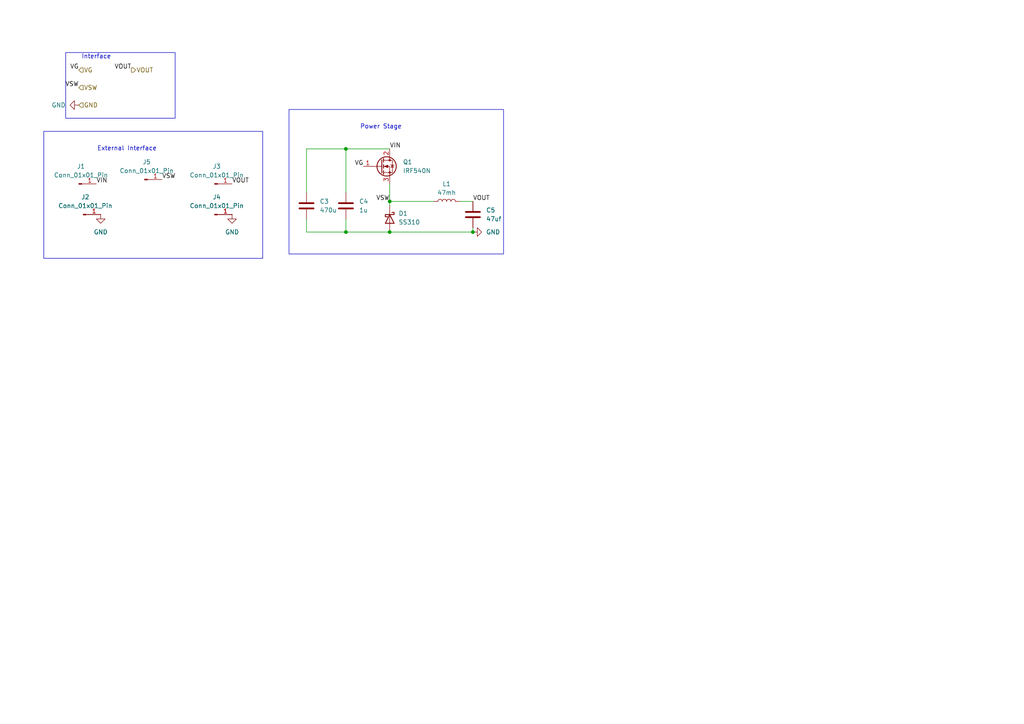
<source format=kicad_sch>
(kicad_sch
	(version 20250114)
	(generator "eeschema")
	(generator_version "9.0")
	(uuid "73b83623-4b36-429e-baf0-e4313a34d1f7")
	(paper "A4")
	(title_block
		(title "Lecture_Tutorial")
		(date "2025-02-20")
		(rev "R0")
		(company "AbdullahZafar")
	)
	(lib_symbols
		(symbol "Connector:Conn_01x01_Pin"
			(pin_names
				(offset 1.016)
				(hide yes)
			)
			(exclude_from_sim no)
			(in_bom yes)
			(on_board yes)
			(property "Reference" "J"
				(at 0 2.54 0)
				(effects
					(font
						(size 1.27 1.27)
					)
				)
			)
			(property "Value" "Conn_01x01_Pin"
				(at 0 -2.54 0)
				(effects
					(font
						(size 1.27 1.27)
					)
				)
			)
			(property "Footprint" ""
				(at 0 0 0)
				(effects
					(font
						(size 1.27 1.27)
					)
					(hide yes)
				)
			)
			(property "Datasheet" "~"
				(at 0 0 0)
				(effects
					(font
						(size 1.27 1.27)
					)
					(hide yes)
				)
			)
			(property "Description" "Generic connector, single row, 01x01, script generated"
				(at 0 0 0)
				(effects
					(font
						(size 1.27 1.27)
					)
					(hide yes)
				)
			)
			(property "ki_locked" ""
				(at 0 0 0)
				(effects
					(font
						(size 1.27 1.27)
					)
				)
			)
			(property "ki_keywords" "connector"
				(at 0 0 0)
				(effects
					(font
						(size 1.27 1.27)
					)
					(hide yes)
				)
			)
			(property "ki_fp_filters" "Connector*:*_1x??_*"
				(at 0 0 0)
				(effects
					(font
						(size 1.27 1.27)
					)
					(hide yes)
				)
			)
			(symbol "Conn_01x01_Pin_1_1"
				(rectangle
					(start 0.8636 0.127)
					(end 0 -0.127)
					(stroke
						(width 0.1524)
						(type default)
					)
					(fill
						(type outline)
					)
				)
				(polyline
					(pts
						(xy 1.27 0) (xy 0.8636 0)
					)
					(stroke
						(width 0.1524)
						(type default)
					)
					(fill
						(type none)
					)
				)
				(pin passive line
					(at 5.08 0 180)
					(length 3.81)
					(name "Pin_1"
						(effects
							(font
								(size 1.27 1.27)
							)
						)
					)
					(number "1"
						(effects
							(font
								(size 1.27 1.27)
							)
						)
					)
				)
			)
			(embedded_fonts no)
		)
		(symbol "Device:C"
			(pin_numbers
				(hide yes)
			)
			(pin_names
				(offset 0.254)
			)
			(exclude_from_sim no)
			(in_bom yes)
			(on_board yes)
			(property "Reference" "C"
				(at 0.635 2.54 0)
				(effects
					(font
						(size 1.27 1.27)
					)
					(justify left)
				)
			)
			(property "Value" "C"
				(at 0.635 -2.54 0)
				(effects
					(font
						(size 1.27 1.27)
					)
					(justify left)
				)
			)
			(property "Footprint" ""
				(at 0.9652 -3.81 0)
				(effects
					(font
						(size 1.27 1.27)
					)
					(hide yes)
				)
			)
			(property "Datasheet" "~"
				(at 0 0 0)
				(effects
					(font
						(size 1.27 1.27)
					)
					(hide yes)
				)
			)
			(property "Description" "Unpolarized capacitor"
				(at 0 0 0)
				(effects
					(font
						(size 1.27 1.27)
					)
					(hide yes)
				)
			)
			(property "ki_keywords" "cap capacitor"
				(at 0 0 0)
				(effects
					(font
						(size 1.27 1.27)
					)
					(hide yes)
				)
			)
			(property "ki_fp_filters" "C_*"
				(at 0 0 0)
				(effects
					(font
						(size 1.27 1.27)
					)
					(hide yes)
				)
			)
			(symbol "C_0_1"
				(polyline
					(pts
						(xy -2.032 0.762) (xy 2.032 0.762)
					)
					(stroke
						(width 0.508)
						(type default)
					)
					(fill
						(type none)
					)
				)
				(polyline
					(pts
						(xy -2.032 -0.762) (xy 2.032 -0.762)
					)
					(stroke
						(width 0.508)
						(type default)
					)
					(fill
						(type none)
					)
				)
			)
			(symbol "C_1_1"
				(pin passive line
					(at 0 3.81 270)
					(length 2.794)
					(name "~"
						(effects
							(font
								(size 1.27 1.27)
							)
						)
					)
					(number "1"
						(effects
							(font
								(size 1.27 1.27)
							)
						)
					)
				)
				(pin passive line
					(at 0 -3.81 90)
					(length 2.794)
					(name "~"
						(effects
							(font
								(size 1.27 1.27)
							)
						)
					)
					(number "2"
						(effects
							(font
								(size 1.27 1.27)
							)
						)
					)
				)
			)
			(embedded_fonts no)
		)
		(symbol "Device:L"
			(pin_numbers
				(hide yes)
			)
			(pin_names
				(offset 1.016)
				(hide yes)
			)
			(exclude_from_sim no)
			(in_bom yes)
			(on_board yes)
			(property "Reference" "L"
				(at -1.27 0 90)
				(effects
					(font
						(size 1.27 1.27)
					)
				)
			)
			(property "Value" "L"
				(at 1.905 0 90)
				(effects
					(font
						(size 1.27 1.27)
					)
				)
			)
			(property "Footprint" ""
				(at 0 0 0)
				(effects
					(font
						(size 1.27 1.27)
					)
					(hide yes)
				)
			)
			(property "Datasheet" "~"
				(at 0 0 0)
				(effects
					(font
						(size 1.27 1.27)
					)
					(hide yes)
				)
			)
			(property "Description" "Inductor"
				(at 0 0 0)
				(effects
					(font
						(size 1.27 1.27)
					)
					(hide yes)
				)
			)
			(property "ki_keywords" "inductor choke coil reactor magnetic"
				(at 0 0 0)
				(effects
					(font
						(size 1.27 1.27)
					)
					(hide yes)
				)
			)
			(property "ki_fp_filters" "Choke_* *Coil* Inductor_* L_*"
				(at 0 0 0)
				(effects
					(font
						(size 1.27 1.27)
					)
					(hide yes)
				)
			)
			(symbol "L_0_1"
				(arc
					(start 0 2.54)
					(mid 0.6323 1.905)
					(end 0 1.27)
					(stroke
						(width 0)
						(type default)
					)
					(fill
						(type none)
					)
				)
				(arc
					(start 0 1.27)
					(mid 0.6323 0.635)
					(end 0 0)
					(stroke
						(width 0)
						(type default)
					)
					(fill
						(type none)
					)
				)
				(arc
					(start 0 0)
					(mid 0.6323 -0.635)
					(end 0 -1.27)
					(stroke
						(width 0)
						(type default)
					)
					(fill
						(type none)
					)
				)
				(arc
					(start 0 -1.27)
					(mid 0.6323 -1.905)
					(end 0 -2.54)
					(stroke
						(width 0)
						(type default)
					)
					(fill
						(type none)
					)
				)
			)
			(symbol "L_1_1"
				(pin passive line
					(at 0 3.81 270)
					(length 1.27)
					(name "1"
						(effects
							(font
								(size 1.27 1.27)
							)
						)
					)
					(number "1"
						(effects
							(font
								(size 1.27 1.27)
							)
						)
					)
				)
				(pin passive line
					(at 0 -3.81 90)
					(length 1.27)
					(name "2"
						(effects
							(font
								(size 1.27 1.27)
							)
						)
					)
					(number "2"
						(effects
							(font
								(size 1.27 1.27)
							)
						)
					)
				)
			)
			(embedded_fonts no)
		)
		(symbol "Diode:SS310"
			(pin_numbers
				(hide yes)
			)
			(pin_names
				(offset 1.016)
				(hide yes)
			)
			(exclude_from_sim no)
			(in_bom yes)
			(on_board yes)
			(property "Reference" "D"
				(at 0 2.54 0)
				(effects
					(font
						(size 1.27 1.27)
					)
				)
			)
			(property "Value" "SS310"
				(at 0 -2.54 0)
				(effects
					(font
						(size 1.27 1.27)
					)
				)
			)
			(property "Footprint" "Diode_SMD:D_SMA"
				(at 0 -4.445 0)
				(effects
					(font
						(size 1.27 1.27)
					)
					(hide yes)
				)
			)
			(property "Datasheet" "https://www.microdiode.com/uploadfiles//PDF/SS32-THRU-SS3200-SMA.pdf"
				(at 0 0 0)
				(effects
					(font
						(size 1.27 1.27)
					)
					(hide yes)
				)
			)
			(property "Description" "100V 3A Schottky Diode, SMA"
				(at 0 0 0)
				(effects
					(font
						(size 1.27 1.27)
					)
					(hide yes)
				)
			)
			(property "ki_keywords" "diode Schottky"
				(at 0 0 0)
				(effects
					(font
						(size 1.27 1.27)
					)
					(hide yes)
				)
			)
			(property "ki_fp_filters" "D*SMA*"
				(at 0 0 0)
				(effects
					(font
						(size 1.27 1.27)
					)
					(hide yes)
				)
			)
			(symbol "SS310_0_1"
				(polyline
					(pts
						(xy -1.905 0.635) (xy -1.905 1.27) (xy -1.27 1.27) (xy -1.27 -1.27) (xy -0.635 -1.27) (xy -0.635 -0.635)
					)
					(stroke
						(width 0.254)
						(type default)
					)
					(fill
						(type none)
					)
				)
				(polyline
					(pts
						(xy 1.27 1.27) (xy 1.27 -1.27) (xy -1.27 0) (xy 1.27 1.27)
					)
					(stroke
						(width 0.254)
						(type default)
					)
					(fill
						(type none)
					)
				)
				(polyline
					(pts
						(xy 1.27 0) (xy -1.27 0)
					)
					(stroke
						(width 0)
						(type default)
					)
					(fill
						(type none)
					)
				)
			)
			(symbol "SS310_1_1"
				(pin passive line
					(at -3.81 0 0)
					(length 2.54)
					(name "K"
						(effects
							(font
								(size 1.27 1.27)
							)
						)
					)
					(number "1"
						(effects
							(font
								(size 1.27 1.27)
							)
						)
					)
				)
				(pin passive line
					(at 3.81 0 180)
					(length 2.54)
					(name "A"
						(effects
							(font
								(size 1.27 1.27)
							)
						)
					)
					(number "2"
						(effects
							(font
								(size 1.27 1.27)
							)
						)
					)
				)
			)
			(embedded_fonts no)
		)
		(symbol "Transistor_FET:IRF540N"
			(pin_names
				(hide yes)
			)
			(exclude_from_sim no)
			(in_bom yes)
			(on_board yes)
			(property "Reference" "Q"
				(at 5.08 1.905 0)
				(effects
					(font
						(size 1.27 1.27)
					)
					(justify left)
				)
			)
			(property "Value" "IRF540N"
				(at 5.08 0 0)
				(effects
					(font
						(size 1.27 1.27)
					)
					(justify left)
				)
			)
			(property "Footprint" "Package_TO_SOT_THT:TO-220-3_Vertical"
				(at 5.08 -1.905 0)
				(effects
					(font
						(size 1.27 1.27)
						(italic yes)
					)
					(justify left)
					(hide yes)
				)
			)
			(property "Datasheet" "http://www.irf.com/product-info/datasheets/data/irf540n.pdf"
				(at 5.08 -3.81 0)
				(effects
					(font
						(size 1.27 1.27)
					)
					(justify left)
					(hide yes)
				)
			)
			(property "Description" "33A Id, 100V Vds, HEXFET N-Channel MOSFET, TO-220"
				(at 0 0 0)
				(effects
					(font
						(size 1.27 1.27)
					)
					(hide yes)
				)
			)
			(property "ki_keywords" "HEXFET N-Channel MOSFET"
				(at 0 0 0)
				(effects
					(font
						(size 1.27 1.27)
					)
					(hide yes)
				)
			)
			(property "ki_fp_filters" "TO?220*"
				(at 0 0 0)
				(effects
					(font
						(size 1.27 1.27)
					)
					(hide yes)
				)
			)
			(symbol "IRF540N_0_1"
				(polyline
					(pts
						(xy 0.254 1.905) (xy 0.254 -1.905)
					)
					(stroke
						(width 0.254)
						(type default)
					)
					(fill
						(type none)
					)
				)
				(polyline
					(pts
						(xy 0.254 0) (xy -2.54 0)
					)
					(stroke
						(width 0)
						(type default)
					)
					(fill
						(type none)
					)
				)
				(polyline
					(pts
						(xy 0.762 2.286) (xy 0.762 1.27)
					)
					(stroke
						(width 0.254)
						(type default)
					)
					(fill
						(type none)
					)
				)
				(polyline
					(pts
						(xy 0.762 0.508) (xy 0.762 -0.508)
					)
					(stroke
						(width 0.254)
						(type default)
					)
					(fill
						(type none)
					)
				)
				(polyline
					(pts
						(xy 0.762 -1.27) (xy 0.762 -2.286)
					)
					(stroke
						(width 0.254)
						(type default)
					)
					(fill
						(type none)
					)
				)
				(polyline
					(pts
						(xy 0.762 -1.778) (xy 3.302 -1.778) (xy 3.302 1.778) (xy 0.762 1.778)
					)
					(stroke
						(width 0)
						(type default)
					)
					(fill
						(type none)
					)
				)
				(polyline
					(pts
						(xy 1.016 0) (xy 2.032 0.381) (xy 2.032 -0.381) (xy 1.016 0)
					)
					(stroke
						(width 0)
						(type default)
					)
					(fill
						(type outline)
					)
				)
				(circle
					(center 1.651 0)
					(radius 2.794)
					(stroke
						(width 0.254)
						(type default)
					)
					(fill
						(type none)
					)
				)
				(polyline
					(pts
						(xy 2.54 2.54) (xy 2.54 1.778)
					)
					(stroke
						(width 0)
						(type default)
					)
					(fill
						(type none)
					)
				)
				(circle
					(center 2.54 1.778)
					(radius 0.254)
					(stroke
						(width 0)
						(type default)
					)
					(fill
						(type outline)
					)
				)
				(circle
					(center 2.54 -1.778)
					(radius 0.254)
					(stroke
						(width 0)
						(type default)
					)
					(fill
						(type outline)
					)
				)
				(polyline
					(pts
						(xy 2.54 -2.54) (xy 2.54 0) (xy 0.762 0)
					)
					(stroke
						(width 0)
						(type default)
					)
					(fill
						(type none)
					)
				)
				(polyline
					(pts
						(xy 2.794 0.508) (xy 2.921 0.381) (xy 3.683 0.381) (xy 3.81 0.254)
					)
					(stroke
						(width 0)
						(type default)
					)
					(fill
						(type none)
					)
				)
				(polyline
					(pts
						(xy 3.302 0.381) (xy 2.921 -0.254) (xy 3.683 -0.254) (xy 3.302 0.381)
					)
					(stroke
						(width 0)
						(type default)
					)
					(fill
						(type none)
					)
				)
			)
			(symbol "IRF540N_1_1"
				(pin input line
					(at -5.08 0 0)
					(length 2.54)
					(name "G"
						(effects
							(font
								(size 1.27 1.27)
							)
						)
					)
					(number "1"
						(effects
							(font
								(size 1.27 1.27)
							)
						)
					)
				)
				(pin passive line
					(at 2.54 5.08 270)
					(length 2.54)
					(name "D"
						(effects
							(font
								(size 1.27 1.27)
							)
						)
					)
					(number "2"
						(effects
							(font
								(size 1.27 1.27)
							)
						)
					)
				)
				(pin passive line
					(at 2.54 -5.08 90)
					(length 2.54)
					(name "S"
						(effects
							(font
								(size 1.27 1.27)
							)
						)
					)
					(number "3"
						(effects
							(font
								(size 1.27 1.27)
							)
						)
					)
				)
			)
			(embedded_fonts no)
		)
		(symbol "power:GND"
			(power)
			(pin_numbers
				(hide yes)
			)
			(pin_names
				(offset 0)
				(hide yes)
			)
			(exclude_from_sim no)
			(in_bom yes)
			(on_board yes)
			(property "Reference" "#PWR"
				(at 0 -6.35 0)
				(effects
					(font
						(size 1.27 1.27)
					)
					(hide yes)
				)
			)
			(property "Value" "GND"
				(at 0 -3.81 0)
				(effects
					(font
						(size 1.27 1.27)
					)
				)
			)
			(property "Footprint" ""
				(at 0 0 0)
				(effects
					(font
						(size 1.27 1.27)
					)
					(hide yes)
				)
			)
			(property "Datasheet" ""
				(at 0 0 0)
				(effects
					(font
						(size 1.27 1.27)
					)
					(hide yes)
				)
			)
			(property "Description" "Power symbol creates a global label with name \"GND\" , ground"
				(at 0 0 0)
				(effects
					(font
						(size 1.27 1.27)
					)
					(hide yes)
				)
			)
			(property "ki_keywords" "global power"
				(at 0 0 0)
				(effects
					(font
						(size 1.27 1.27)
					)
					(hide yes)
				)
			)
			(symbol "GND_0_1"
				(polyline
					(pts
						(xy 0 0) (xy 0 -1.27) (xy 1.27 -1.27) (xy 0 -2.54) (xy -1.27 -1.27) (xy 0 -1.27)
					)
					(stroke
						(width 0)
						(type default)
					)
					(fill
						(type none)
					)
				)
			)
			(symbol "GND_1_1"
				(pin power_in line
					(at 0 0 270)
					(length 0)
					(name "~"
						(effects
							(font
								(size 1.27 1.27)
							)
						)
					)
					(number "1"
						(effects
							(font
								(size 1.27 1.27)
							)
						)
					)
				)
			)
			(embedded_fonts no)
		)
	)
	(rectangle
		(start 19.05 15.24)
		(end 50.8 34.29)
		(stroke
			(width 0)
			(type default)
		)
		(fill
			(type none)
		)
		(uuid 60794153-0bde-4658-bc86-1cab865f6b9e)
	)
	(rectangle
		(start 12.7 38.1)
		(end 76.2 74.93)
		(stroke
			(width 0)
			(type default)
		)
		(fill
			(type none)
		)
		(uuid 6336a878-c48f-49cc-8a45-e5711f246a01)
	)
	(rectangle
		(start 83.82 31.75)
		(end 146.05 73.66)
		(stroke
			(width 0)
			(type default)
		)
		(fill
			(type none)
		)
		(uuid ecf392ae-7a92-4907-a37b-6f5e5f794aad)
	)
	(text "Power Stage\n"
		(exclude_from_sim no)
		(at 110.49 36.83 0)
		(effects
			(font
				(size 1.27 1.27)
			)
		)
		(uuid "2c365e9f-bdbe-4d63-8858-4a5175a81152")
	)
	(text "Interface\n"
		(exclude_from_sim no)
		(at 27.94 16.51 0)
		(effects
			(font
				(size 1.27 1.27)
			)
		)
		(uuid "362c51ac-af46-4694-b336-29da28c7c2ed")
	)
	(text "External Interface\n"
		(exclude_from_sim no)
		(at 36.83 43.18 0)
		(effects
			(font
				(size 1.27 1.27)
			)
		)
		(uuid "a2748ff4-5e08-4817-b03d-a62d0450e3fb")
	)
	(junction
		(at 137.16 67.31)
		(diameter 0)
		(color 0 0 0 0)
		(uuid "292f153d-44c9-423e-ac5c-1de59ae7f0d1")
	)
	(junction
		(at 100.33 67.31)
		(diameter 0)
		(color 0 0 0 0)
		(uuid "45e4e90e-03d9-4517-9960-d8d1430006fb")
	)
	(junction
		(at 113.03 58.42)
		(diameter 0)
		(color 0 0 0 0)
		(uuid "c56eec37-3803-4002-a52c-8a58e33ec8b6")
	)
	(junction
		(at 113.03 67.31)
		(diameter 0)
		(color 0 0 0 0)
		(uuid "c8e1868f-c37d-47ee-97ba-b02b67b67278")
	)
	(junction
		(at 100.33 43.18)
		(diameter 0)
		(color 0 0 0 0)
		(uuid "ca8a12da-dfd7-4ad6-8fc2-a67aeb14dc44")
	)
	(wire
		(pts
			(xy 88.9 63.5) (xy 88.9 67.31)
		)
		(stroke
			(width 0)
			(type default)
		)
		(uuid "271402c7-36b1-4dcd-97c6-b0bd653e1f28")
	)
	(wire
		(pts
			(xy 100.33 55.88) (xy 100.33 43.18)
		)
		(stroke
			(width 0)
			(type default)
		)
		(uuid "2aa00c05-9de2-474f-a639-34e1a996a462")
	)
	(wire
		(pts
			(xy 113.03 58.42) (xy 113.03 59.69)
		)
		(stroke
			(width 0)
			(type default)
		)
		(uuid "2e3fc605-f577-40ed-bebf-dd1a8b2c77c0")
	)
	(wire
		(pts
			(xy 88.9 67.31) (xy 100.33 67.31)
		)
		(stroke
			(width 0)
			(type default)
		)
		(uuid "3c1a73d6-72ff-4a35-83a4-866893ac3607")
	)
	(wire
		(pts
			(xy 100.33 67.31) (xy 113.03 67.31)
		)
		(stroke
			(width 0)
			(type default)
		)
		(uuid "4719a482-6915-4b5c-b1ca-0cdd5d01d349")
	)
	(wire
		(pts
			(xy 113.03 67.31) (xy 137.16 67.31)
		)
		(stroke
			(width 0)
			(type default)
		)
		(uuid "6fcb5876-d721-4e9a-b33f-49a295ab62cd")
	)
	(wire
		(pts
			(xy 100.33 43.18) (xy 113.03 43.18)
		)
		(stroke
			(width 0)
			(type default)
		)
		(uuid "7a16ff72-8806-45bd-a55e-e03bba33d9b7")
	)
	(wire
		(pts
			(xy 113.03 58.42) (xy 125.73 58.42)
		)
		(stroke
			(width 0)
			(type default)
		)
		(uuid "7af2c31d-48ab-409a-8be7-b79231324533")
	)
	(wire
		(pts
			(xy 133.35 58.42) (xy 137.16 58.42)
		)
		(stroke
			(width 0)
			(type default)
		)
		(uuid "8116b65b-7fc8-4edd-9660-96ac2ae45d56")
	)
	(wire
		(pts
			(xy 88.9 55.88) (xy 88.9 43.18)
		)
		(stroke
			(width 0)
			(type default)
		)
		(uuid "9a33a67f-7d06-4d1d-abe9-3b8dbd44a25b")
	)
	(wire
		(pts
			(xy 100.33 63.5) (xy 100.33 67.31)
		)
		(stroke
			(width 0)
			(type default)
		)
		(uuid "a7ace45c-da8b-42d3-9dab-a73c9534e618")
	)
	(wire
		(pts
			(xy 137.16 67.31) (xy 137.16 66.04)
		)
		(stroke
			(width 0)
			(type default)
		)
		(uuid "b27d5544-0b6d-4196-813d-1f84bb10febd")
	)
	(wire
		(pts
			(xy 88.9 43.18) (xy 100.33 43.18)
		)
		(stroke
			(width 0)
			(type default)
		)
		(uuid "fbe73937-d1a9-45a0-8c1c-3bea4d2255a8")
	)
	(wire
		(pts
			(xy 113.03 53.34) (xy 113.03 58.42)
		)
		(stroke
			(width 0)
			(type default)
		)
		(uuid "fe1cdd20-6f0c-477d-b6ed-d77245a2c479")
	)
	(label "VOUT"
		(at 137.16 58.42 0)
		(effects
			(font
				(size 1.27 1.27)
			)
			(justify left bottom)
		)
		(uuid "130217b5-15bd-44f7-a8b6-ebc22c257da8")
	)
	(label "VSW"
		(at 46.99 52.07 0)
		(effects
			(font
				(size 1.27 1.27)
			)
			(justify left bottom)
		)
		(uuid "1a1d53e8-9711-42e0-95d6-0e235ad925e7")
	)
	(label "VG"
		(at 105.41 48.26 180)
		(effects
			(font
				(size 1.27 1.27)
			)
			(justify right bottom)
		)
		(uuid "254fbd95-6faf-45b2-a891-fc5070284110")
	)
	(label "VOUT"
		(at 38.1 20.32 180)
		(effects
			(font
				(size 1.27 1.27)
			)
			(justify right bottom)
		)
		(uuid "2b4cb13e-6ffd-4d08-ac88-eca52f0d02e6")
	)
	(label "VIN"
		(at 27.94 53.34 0)
		(effects
			(font
				(size 1.27 1.27)
			)
			(justify left bottom)
		)
		(uuid "5afffc36-a3b5-4111-974a-81b26c6247d0")
	)
	(label "VSW"
		(at 113.03 58.42 180)
		(effects
			(font
				(size 1.27 1.27)
			)
			(justify right bottom)
		)
		(uuid "67ba9b20-eb13-4222-ae3a-c53bc98a59a2")
	)
	(label "VG"
		(at 22.86 20.32 180)
		(effects
			(font
				(size 1.27 1.27)
			)
			(justify right bottom)
		)
		(uuid "8caa16c9-7525-44da-b5de-c262b273edc5")
	)
	(label "VSW"
		(at 22.86 25.4 180)
		(effects
			(font
				(size 1.27 1.27)
			)
			(justify right bottom)
		)
		(uuid "bfd8d560-3661-4af2-bd5e-1e0557ce7404")
	)
	(label "VOUT"
		(at 67.31 53.34 0)
		(effects
			(font
				(size 1.27 1.27)
			)
			(justify left bottom)
		)
		(uuid "c02593c5-cc74-4402-a8ab-87c4a43866ae")
	)
	(label "VIN"
		(at 113.03 43.18 0)
		(effects
			(font
				(size 1.27 1.27)
			)
			(justify left bottom)
		)
		(uuid "dde78621-5749-47f6-9d6d-e97413f7c3e3")
	)
	(hierarchical_label "VOUT"
		(shape output)
		(at 38.1 20.32 0)
		(effects
			(font
				(size 1.27 1.27)
			)
			(justify left)
		)
		(uuid "143256b2-0745-4a22-9bae-90c8d193b5a8")
	)
	(hierarchical_label "VG"
		(shape input)
		(at 22.86 20.32 0)
		(effects
			(font
				(size 1.27 1.27)
			)
			(justify left)
		)
		(uuid "43aa1094-6670-49d9-b6cf-49465850ca5f")
	)
	(hierarchical_label "VSW"
		(shape input)
		(at 22.86 25.4 0)
		(effects
			(font
				(size 1.27 1.27)
			)
			(justify left)
		)
		(uuid "93b8213b-ec09-49a2-9455-1897d67492cd")
	)
	(hierarchical_label "GND"
		(shape input)
		(at 22.86 30.48 0)
		(effects
			(font
				(size 1.27 1.27)
			)
			(justify left)
		)
		(uuid "d964acfe-ae05-41e6-8742-1767b11aea67")
	)
	(symbol
		(lib_id "Device:C")
		(at 137.16 62.23 0)
		(unit 1)
		(exclude_from_sim no)
		(in_bom yes)
		(on_board yes)
		(dnp no)
		(fields_autoplaced yes)
		(uuid "1511c1a3-2fc0-41ea-a0cc-1c9ffe70eaf4")
		(property "Reference" "C5"
			(at 140.97 60.9599 0)
			(effects
				(font
					(size 1.27 1.27)
				)
				(justify left)
			)
		)
		(property "Value" "47uf"
			(at 140.97 63.4999 0)
			(effects
				(font
					(size 1.27 1.27)
				)
				(justify left)
			)
		)
		(property "Footprint" "Capacitor_THT:CP_Radial_D18.0mm_P7.50mm"
			(at 138.1252 66.04 0)
			(effects
				(font
					(size 1.27 1.27)
				)
				(hide yes)
			)
		)
		(property "Datasheet" "~"
			(at 137.16 62.23 0)
			(effects
				(font
					(size 1.27 1.27)
				)
				(hide yes)
			)
		)
		(property "Description" "Electrolytic Capacitor"
			(at 137.16 62.23 0)
			(effects
				(font
					(size 1.27 1.27)
				)
				(hide yes)
			)
		)
		(property "Part No." "EEU-FR1J470"
			(at 137.16 62.23 0)
			(effects
				(font
					(size 1.27 1.27)
				)
				(hide yes)
			)
		)
		(pin "1"
			(uuid "97d9ed5f-f1e7-4f89-b1ed-dd96503be16c")
		)
		(pin "2"
			(uuid "be944838-5b40-4c68-9b73-4d605ab7ff05")
		)
		(instances
			(project "PCB_Tutorial_Lect"
				(path "/a5e6a684-17c9-434a-acf7-c925557987b4/42efdf7f-6767-4f03-a2b7-2406e2d1eb6b"
					(reference "C5")
					(unit 1)
				)
			)
		)
	)
	(symbol
		(lib_id "power:GND")
		(at 22.86 30.48 270)
		(unit 1)
		(exclude_from_sim no)
		(in_bom yes)
		(on_board yes)
		(dnp no)
		(fields_autoplaced yes)
		(uuid "2aec3346-da6e-48b6-a464-a9e7fe94464e")
		(property "Reference" "#PWR038"
			(at 16.51 30.48 0)
			(effects
				(font
					(size 1.27 1.27)
				)
				(hide yes)
			)
		)
		(property "Value" "GND"
			(at 19.05 30.4799 90)
			(effects
				(font
					(size 1.27 1.27)
				)
				(justify right)
			)
		)
		(property "Footprint" ""
			(at 22.86 30.48 0)
			(effects
				(font
					(size 1.27 1.27)
				)
				(hide yes)
			)
		)
		(property "Datasheet" ""
			(at 22.86 30.48 0)
			(effects
				(font
					(size 1.27 1.27)
				)
				(hide yes)
			)
		)
		(property "Description" "Power symbol creates a global label with name \"GND\" , ground"
			(at 22.86 30.48 0)
			(effects
				(font
					(size 1.27 1.27)
				)
				(hide yes)
			)
		)
		(pin "1"
			(uuid "e66ba80c-363c-4239-a60d-7f8a80a2eac7")
		)
		(instances
			(project ""
				(path "/a5e6a684-17c9-434a-acf7-c925557987b4/42efdf7f-6767-4f03-a2b7-2406e2d1eb6b"
					(reference "#PWR038")
					(unit 1)
				)
			)
		)
	)
	(symbol
		(lib_id "Device:C")
		(at 100.33 59.69 0)
		(unit 1)
		(exclude_from_sim no)
		(in_bom yes)
		(on_board yes)
		(dnp no)
		(fields_autoplaced yes)
		(uuid "338acd79-04c2-450e-8861-675d8cc07a93")
		(property "Reference" "C4"
			(at 104.14 58.4199 0)
			(effects
				(font
					(size 1.27 1.27)
				)
				(justify left)
			)
		)
		(property "Value" "1u"
			(at 104.14 60.9599 0)
			(effects
				(font
					(size 1.27 1.27)
				)
				(justify left)
			)
		)
		(property "Footprint" "Capacitor_SMD:C_0805_2012Metric"
			(at 101.2952 63.5 0)
			(effects
				(font
					(size 1.27 1.27)
				)
				(hide yes)
			)
		)
		(property "Datasheet" "~"
			(at 100.33 59.69 0)
			(effects
				(font
					(size 1.27 1.27)
				)
				(hide yes)
			)
		)
		(property "Description" "Unpolarized capacitor"
			(at 100.33 59.69 0)
			(effects
				(font
					(size 1.27 1.27)
				)
				(hide yes)
			)
		)
		(property "Part No." "GRM21BC72A105KE01L"
			(at 100.33 59.69 0)
			(effects
				(font
					(size 1.27 1.27)
				)
				(hide yes)
			)
		)
		(pin "1"
			(uuid "3ea7ed76-1d16-45f2-99b8-251acbd4f90c")
		)
		(pin "2"
			(uuid "7dd74a4c-1e00-4926-9f82-5e4afe74bb61")
		)
		(instances
			(project ""
				(path "/a5e6a684-17c9-434a-acf7-c925557987b4/42efdf7f-6767-4f03-a2b7-2406e2d1eb6b"
					(reference "C4")
					(unit 1)
				)
			)
		)
	)
	(symbol
		(lib_id "Device:L")
		(at 129.54 58.42 90)
		(unit 1)
		(exclude_from_sim no)
		(in_bom yes)
		(on_board yes)
		(dnp no)
		(fields_autoplaced yes)
		(uuid "3ce31bb1-7f60-4915-afa9-12e431a0f495")
		(property "Reference" "L1"
			(at 129.54 53.34 90)
			(effects
				(font
					(size 1.27 1.27)
				)
			)
		)
		(property "Value" "47mh"
			(at 129.54 55.88 90)
			(effects
				(font
					(size 1.27 1.27)
				)
			)
		)
		(property "Footprint" "Inductor_THT:L_Radial_D50.8mm_P38.86mm_Vishay_IHB-6"
			(at 129.54 58.42 0)
			(effects
				(font
					(size 1.27 1.27)
				)
				(hide yes)
			)
		)
		(property "Datasheet" "~"
			(at 129.54 58.42 0)
			(effects
				(font
					(size 1.27 1.27)
				)
				(hide yes)
			)
		)
		(property "Description" "Inductor"
			(at 129.54 58.42 0)
			(effects
				(font
					(size 1.27 1.27)
				)
				(hide yes)
			)
		)
		(property "Part No." "RDC60-473K-RC"
			(at 129.54 58.42 0)
			(effects
				(font
					(size 1.27 1.27)
				)
				(hide yes)
			)
		)
		(pin "1"
			(uuid "ecc6d44f-1e7d-489d-bc30-7a603287d232")
		)
		(pin "2"
			(uuid "32049fb4-07cb-4bdd-86c7-1d13e46881b4")
		)
		(instances
			(project ""
				(path "/a5e6a684-17c9-434a-acf7-c925557987b4/42efdf7f-6767-4f03-a2b7-2406e2d1eb6b"
					(reference "L1")
					(unit 1)
				)
			)
		)
	)
	(symbol
		(lib_id "Connector:Conn_01x01_Pin")
		(at 62.23 62.23 0)
		(unit 1)
		(exclude_from_sim no)
		(in_bom yes)
		(on_board yes)
		(dnp no)
		(fields_autoplaced yes)
		(uuid "49ffcad5-5a3c-42ae-9bcb-d97d3b30e0e3")
		(property "Reference" "J4"
			(at 62.865 57.15 0)
			(effects
				(font
					(size 1.27 1.27)
				)
			)
		)
		(property "Value" "Conn_01x01_Pin"
			(at 62.865 59.69 0)
			(effects
				(font
					(size 1.27 1.27)
				)
			)
		)
		(property "Footprint" "Connector:Banana_Jack_1Pin"
			(at 62.23 62.23 0)
			(effects
				(font
					(size 1.27 1.27)
				)
				(hide yes)
			)
		)
		(property "Datasheet" "~"
			(at 62.23 62.23 0)
			(effects
				(font
					(size 1.27 1.27)
				)
				(hide yes)
			)
		)
		(property "Description" "Generic connector, single row, 01x01, script generated"
			(at 62.23 62.23 0)
			(effects
				(font
					(size 1.27 1.27)
				)
				(hide yes)
			)
		)
		(property "Part No." "BU-P72930-2"
			(at 62.23 62.23 0)
			(effects
				(font
					(size 1.27 1.27)
				)
				(hide yes)
			)
		)
		(pin "1"
			(uuid "edf2db39-508d-4f69-a55a-d2b8bab4aee7")
		)
		(instances
			(project "PCB_Tutorial_Lect"
				(path "/a5e6a684-17c9-434a-acf7-c925557987b4/42efdf7f-6767-4f03-a2b7-2406e2d1eb6b"
					(reference "J4")
					(unit 1)
				)
			)
		)
	)
	(symbol
		(lib_id "Diode:SS310")
		(at 113.03 63.5 270)
		(unit 1)
		(exclude_from_sim no)
		(in_bom yes)
		(on_board yes)
		(dnp no)
		(fields_autoplaced yes)
		(uuid "6e81c85b-266a-4301-bcd5-13b8571df5fb")
		(property "Reference" "D1"
			(at 115.57 61.9124 90)
			(effects
				(font
					(size 1.27 1.27)
				)
				(justify left)
			)
		)
		(property "Value" "SS310"
			(at 115.57 64.4524 90)
			(effects
				(font
					(size 1.27 1.27)
				)
				(justify left)
			)
		)
		(property "Footprint" "Diode_SMD:D_SMA"
			(at 108.585 63.5 0)
			(effects
				(font
					(size 1.27 1.27)
				)
				(hide yes)
			)
		)
		(property "Datasheet" "https://www.microdiode.com/uploadfiles//PDF/SS32-THRU-SS3200-SMA.pdf"
			(at 113.03 63.5 0)
			(effects
				(font
					(size 1.27 1.27)
				)
				(hide yes)
			)
		)
		(property "Description" "100V 3A Schottky Diode, SMA"
			(at 113.03 63.5 0)
			(effects
				(font
					(size 1.27 1.27)
				)
				(hide yes)
			)
		)
		(property "Part No." "SS310"
			(at 113.03 63.5 0)
			(effects
				(font
					(size 1.27 1.27)
				)
				(hide yes)
			)
		)
		(pin "1"
			(uuid "f3ef495c-cb8d-4d76-acc0-05e15d520eca")
		)
		(pin "2"
			(uuid "20477bee-3f56-4aec-9cdd-e5bf664b9086")
		)
		(instances
			(project ""
				(path "/a5e6a684-17c9-434a-acf7-c925557987b4/42efdf7f-6767-4f03-a2b7-2406e2d1eb6b"
					(reference "D1")
					(unit 1)
				)
			)
		)
	)
	(symbol
		(lib_id "Connector:Conn_01x01_Pin")
		(at 22.86 53.34 0)
		(unit 1)
		(exclude_from_sim no)
		(in_bom yes)
		(on_board yes)
		(dnp no)
		(fields_autoplaced yes)
		(uuid "7577960b-344a-4933-96d5-04c9dc9c9697")
		(property "Reference" "J1"
			(at 23.495 48.26 0)
			(effects
				(font
					(size 1.27 1.27)
				)
			)
		)
		(property "Value" "Conn_01x01_Pin"
			(at 23.495 50.8 0)
			(effects
				(font
					(size 1.27 1.27)
				)
			)
		)
		(property "Footprint" "Connector:Banana_Jack_1Pin"
			(at 22.86 53.34 0)
			(effects
				(font
					(size 1.27 1.27)
				)
				(hide yes)
			)
		)
		(property "Datasheet" "~"
			(at 22.86 53.34 0)
			(effects
				(font
					(size 1.27 1.27)
				)
				(hide yes)
			)
		)
		(property "Description" "Generic connector, single row, 01x01, script generated"
			(at 22.86 53.34 0)
			(effects
				(font
					(size 1.27 1.27)
				)
				(hide yes)
			)
		)
		(property "Part No." "BU-P72930-2"
			(at 22.86 53.34 0)
			(effects
				(font
					(size 1.27 1.27)
				)
				(hide yes)
			)
		)
		(pin "1"
			(uuid "29ff9e4b-08ce-40a8-8d0d-9b341614a633")
		)
		(instances
			(project ""
				(path "/a5e6a684-17c9-434a-acf7-c925557987b4/42efdf7f-6767-4f03-a2b7-2406e2d1eb6b"
					(reference "J1")
					(unit 1)
				)
			)
		)
	)
	(symbol
		(lib_id "Connector:Conn_01x01_Pin")
		(at 41.91 52.07 0)
		(unit 1)
		(exclude_from_sim no)
		(in_bom yes)
		(on_board yes)
		(dnp no)
		(fields_autoplaced yes)
		(uuid "83646783-9247-4d36-8ba8-14da317a3824")
		(property "Reference" "J5"
			(at 42.545 46.99 0)
			(effects
				(font
					(size 1.27 1.27)
				)
			)
		)
		(property "Value" "Conn_01x01_Pin"
			(at 42.545 49.53 0)
			(effects
				(font
					(size 1.27 1.27)
				)
			)
		)
		(property "Footprint" "Connector:Banana_Jack_1Pin"
			(at 41.91 52.07 0)
			(effects
				(font
					(size 1.27 1.27)
				)
				(hide yes)
			)
		)
		(property "Datasheet" "~"
			(at 41.91 52.07 0)
			(effects
				(font
					(size 1.27 1.27)
				)
				(hide yes)
			)
		)
		(property "Description" "Generic connector, single row, 01x01, script generated"
			(at 41.91 52.07 0)
			(effects
				(font
					(size 1.27 1.27)
				)
				(hide yes)
			)
		)
		(property "Part No." "BU-P72930-2"
			(at 41.91 52.07 0)
			(effects
				(font
					(size 1.27 1.27)
				)
				(hide yes)
			)
		)
		(pin "1"
			(uuid "c5799616-3694-4f0d-b886-563e0fdce260")
		)
		(instances
			(project "PCB_Tutorial_Lect"
				(path "/a5e6a684-17c9-434a-acf7-c925557987b4/42efdf7f-6767-4f03-a2b7-2406e2d1eb6b"
					(reference "J5")
					(unit 1)
				)
			)
		)
	)
	(symbol
		(lib_id "power:GND")
		(at 29.21 62.23 0)
		(unit 1)
		(exclude_from_sim no)
		(in_bom yes)
		(on_board yes)
		(dnp no)
		(fields_autoplaced yes)
		(uuid "9b83d495-2787-4cd0-8f91-5d29d7cef46b")
		(property "Reference" "#PWR039"
			(at 29.21 68.58 0)
			(effects
				(font
					(size 1.27 1.27)
				)
				(hide yes)
			)
		)
		(property "Value" "GND"
			(at 29.21 67.31 0)
			(effects
				(font
					(size 1.27 1.27)
				)
			)
		)
		(property "Footprint" ""
			(at 29.21 62.23 0)
			(effects
				(font
					(size 1.27 1.27)
				)
				(hide yes)
			)
		)
		(property "Datasheet" ""
			(at 29.21 62.23 0)
			(effects
				(font
					(size 1.27 1.27)
				)
				(hide yes)
			)
		)
		(property "Description" "Power symbol creates a global label with name \"GND\" , ground"
			(at 29.21 62.23 0)
			(effects
				(font
					(size 1.27 1.27)
				)
				(hide yes)
			)
		)
		(pin "1"
			(uuid "2ca61b6d-4d05-459f-814b-ea5f77d0fabd")
		)
		(instances
			(project "PCB_Tutorial_Lect"
				(path "/a5e6a684-17c9-434a-acf7-c925557987b4/42efdf7f-6767-4f03-a2b7-2406e2d1eb6b"
					(reference "#PWR039")
					(unit 1)
				)
			)
		)
	)
	(symbol
		(lib_id "power:GND")
		(at 137.16 67.31 90)
		(unit 1)
		(exclude_from_sim no)
		(in_bom yes)
		(on_board yes)
		(dnp no)
		(fields_autoplaced yes)
		(uuid "a4164735-90a9-4568-943f-a624394a247d")
		(property "Reference" "#PWR056"
			(at 143.51 67.31 0)
			(effects
				(font
					(size 1.27 1.27)
				)
				(hide yes)
			)
		)
		(property "Value" "GND"
			(at 140.97 67.3099 90)
			(effects
				(font
					(size 1.27 1.27)
				)
				(justify right)
			)
		)
		(property "Footprint" ""
			(at 137.16 67.31 0)
			(effects
				(font
					(size 1.27 1.27)
				)
				(hide yes)
			)
		)
		(property "Datasheet" ""
			(at 137.16 67.31 0)
			(effects
				(font
					(size 1.27 1.27)
				)
				(hide yes)
			)
		)
		(property "Description" "Power symbol creates a global label with name \"GND\" , ground"
			(at 137.16 67.31 0)
			(effects
				(font
					(size 1.27 1.27)
				)
				(hide yes)
			)
		)
		(pin "1"
			(uuid "1049cea8-2435-4d4f-a659-0c61c2790f66")
		)
		(instances
			(project ""
				(path "/a5e6a684-17c9-434a-acf7-c925557987b4/42efdf7f-6767-4f03-a2b7-2406e2d1eb6b"
					(reference "#PWR056")
					(unit 1)
				)
			)
		)
	)
	(symbol
		(lib_id "power:GND")
		(at 67.31 62.23 0)
		(unit 1)
		(exclude_from_sim no)
		(in_bom yes)
		(on_board yes)
		(dnp no)
		(fields_autoplaced yes)
		(uuid "a42c9a9e-951a-4b9b-bdd5-549c236e7c35")
		(property "Reference" "#PWR040"
			(at 67.31 68.58 0)
			(effects
				(font
					(size 1.27 1.27)
				)
				(hide yes)
			)
		)
		(property "Value" "GND"
			(at 67.31 67.31 0)
			(effects
				(font
					(size 1.27 1.27)
				)
			)
		)
		(property "Footprint" ""
			(at 67.31 62.23 0)
			(effects
				(font
					(size 1.27 1.27)
				)
				(hide yes)
			)
		)
		(property "Datasheet" ""
			(at 67.31 62.23 0)
			(effects
				(font
					(size 1.27 1.27)
				)
				(hide yes)
			)
		)
		(property "Description" "Power symbol creates a global label with name \"GND\" , ground"
			(at 67.31 62.23 0)
			(effects
				(font
					(size 1.27 1.27)
				)
				(hide yes)
			)
		)
		(pin "1"
			(uuid "0a0db211-4bbc-4978-85cc-d5a722949d8c")
		)
		(instances
			(project "PCB_Tutorial_Lect"
				(path "/a5e6a684-17c9-434a-acf7-c925557987b4/42efdf7f-6767-4f03-a2b7-2406e2d1eb6b"
					(reference "#PWR040")
					(unit 1)
				)
			)
		)
	)
	(symbol
		(lib_id "Connector:Conn_01x01_Pin")
		(at 24.13 62.23 0)
		(unit 1)
		(exclude_from_sim no)
		(in_bom yes)
		(on_board yes)
		(dnp no)
		(fields_autoplaced yes)
		(uuid "a509eeeb-579a-4b9b-8957-962129ed770f")
		(property "Reference" "J2"
			(at 24.765 57.15 0)
			(effects
				(font
					(size 1.27 1.27)
				)
			)
		)
		(property "Value" "Conn_01x01_Pin"
			(at 24.765 59.69 0)
			(effects
				(font
					(size 1.27 1.27)
				)
			)
		)
		(property "Footprint" "Connector:Banana_Jack_1Pin"
			(at 24.13 62.23 0)
			(effects
				(font
					(size 1.27 1.27)
				)
				(hide yes)
			)
		)
		(property "Datasheet" "~"
			(at 24.13 62.23 0)
			(effects
				(font
					(size 1.27 1.27)
				)
				(hide yes)
			)
		)
		(property "Description" "Generic connector, single row, 01x01, script generated"
			(at 24.13 62.23 0)
			(effects
				(font
					(size 1.27 1.27)
				)
				(hide yes)
			)
		)
		(property "Part No." "BU-P72930-2"
			(at 24.13 62.23 0)
			(effects
				(font
					(size 1.27 1.27)
				)
				(hide yes)
			)
		)
		(pin "1"
			(uuid "b023d04e-3b0c-4c3a-8f29-f30834c744eb")
		)
		(instances
			(project "PCB_Tutorial_Lect"
				(path "/a5e6a684-17c9-434a-acf7-c925557987b4/42efdf7f-6767-4f03-a2b7-2406e2d1eb6b"
					(reference "J2")
					(unit 1)
				)
			)
		)
	)
	(symbol
		(lib_id "Connector:Conn_01x01_Pin")
		(at 62.23 53.34 0)
		(unit 1)
		(exclude_from_sim no)
		(in_bom yes)
		(on_board yes)
		(dnp no)
		(fields_autoplaced yes)
		(uuid "aad9f6d4-2fe5-4dcb-98ee-d000dd93842e")
		(property "Reference" "J3"
			(at 62.865 48.26 0)
			(effects
				(font
					(size 1.27 1.27)
				)
			)
		)
		(property "Value" "Conn_01x01_Pin"
			(at 62.865 50.8 0)
			(effects
				(font
					(size 1.27 1.27)
				)
			)
		)
		(property "Footprint" "Connector:Banana_Jack_1Pin"
			(at 62.23 53.34 0)
			(effects
				(font
					(size 1.27 1.27)
				)
				(hide yes)
			)
		)
		(property "Datasheet" "~"
			(at 62.23 53.34 0)
			(effects
				(font
					(size 1.27 1.27)
				)
				(hide yes)
			)
		)
		(property "Description" "Generic connector, single row, 01x01, script generated"
			(at 62.23 53.34 0)
			(effects
				(font
					(size 1.27 1.27)
				)
				(hide yes)
			)
		)
		(property "Part No." "BU-P72930-2"
			(at 62.23 53.34 0)
			(effects
				(font
					(size 1.27 1.27)
				)
				(hide yes)
			)
		)
		(pin "1"
			(uuid "74e9052a-4162-4795-b6a1-cd467926abc7")
		)
		(instances
			(project "PCB_Tutorial_Lect"
				(path "/a5e6a684-17c9-434a-acf7-c925557987b4/42efdf7f-6767-4f03-a2b7-2406e2d1eb6b"
					(reference "J3")
					(unit 1)
				)
			)
		)
	)
	(symbol
		(lib_id "Transistor_FET:IRF540N")
		(at 110.49 48.26 0)
		(unit 1)
		(exclude_from_sim no)
		(in_bom yes)
		(on_board yes)
		(dnp no)
		(fields_autoplaced yes)
		(uuid "bc7fd480-7f65-403c-a10e-8cc782e7ae8f")
		(property "Reference" "Q1"
			(at 116.84 46.9899 0)
			(effects
				(font
					(size 1.27 1.27)
				)
				(justify left)
			)
		)
		(property "Value" "IRF540N"
			(at 116.84 49.5299 0)
			(effects
				(font
					(size 1.27 1.27)
				)
				(justify left)
			)
		)
		(property "Footprint" "Package_TO_SOT_THT:TO-220-3_Vertical"
			(at 115.57 50.165 0)
			(effects
				(font
					(size 1.27 1.27)
					(italic yes)
				)
				(justify left)
				(hide yes)
			)
		)
		(property "Datasheet" "http://www.irf.com/product-info/datasheets/data/irf540n.pdf"
			(at 115.57 52.07 0)
			(effects
				(font
					(size 1.27 1.27)
				)
				(justify left)
				(hide yes)
			)
		)
		(property "Description" "33A Id, 100V Vds, HEXFET N-Channel MOSFET, TO-220"
			(at 110.49 48.26 0)
			(effects
				(font
					(size 1.27 1.27)
				)
				(hide yes)
			)
		)
		(property "Part No." "IRF540N"
			(at 110.49 48.26 0)
			(effects
				(font
					(size 1.27 1.27)
				)
				(hide yes)
			)
		)
		(pin "2"
			(uuid "bfb27498-93f1-4b9a-8768-7c616e4b2573")
		)
		(pin "1"
			(uuid "060acf77-c3b5-4007-9363-b4742bab6ac1")
		)
		(pin "3"
			(uuid "33257c9a-e9fb-41eb-926f-fc3b80839208")
		)
		(instances
			(project ""
				(path "/a5e6a684-17c9-434a-acf7-c925557987b4/42efdf7f-6767-4f03-a2b7-2406e2d1eb6b"
					(reference "Q1")
					(unit 1)
				)
			)
		)
	)
	(symbol
		(lib_id "Device:C")
		(at 88.9 59.69 0)
		(unit 1)
		(exclude_from_sim no)
		(in_bom yes)
		(on_board yes)
		(dnp no)
		(fields_autoplaced yes)
		(uuid "d81dbe37-ddf6-4986-a25c-410f94764fc3")
		(property "Reference" "C3"
			(at 92.71 58.4199 0)
			(effects
				(font
					(size 1.27 1.27)
				)
				(justify left)
			)
		)
		(property "Value" "470u"
			(at 92.71 60.9599 0)
			(effects
				(font
					(size 1.27 1.27)
				)
				(justify left)
			)
		)
		(property "Footprint" "Capacitor_THT:CP_Radial_D18.0mm_P7.50mm"
			(at 89.8652 63.5 0)
			(effects
				(font
					(size 1.27 1.27)
				)
				(hide yes)
			)
		)
		(property "Datasheet" "~"
			(at 88.9 59.69 0)
			(effects
				(font
					(size 1.27 1.27)
				)
				(hide yes)
			)
		)
		(property "Description" "Electrolytic Capacitor"
			(at 88.9 59.69 0)
			(effects
				(font
					(size 1.27 1.27)
				)
				(hide yes)
			)
		)
		(property "Part No." "100ZLH470MEFC16X31.5"
			(at 88.9 59.69 0)
			(effects
				(font
					(size 1.27 1.27)
				)
				(hide yes)
			)
		)
		(pin "1"
			(uuid "054735d2-d2f6-47b7-9b81-27fbba3c716d")
		)
		(pin "2"
			(uuid "ca7f79f0-5ea9-4d66-abf3-2294c39a2ba1")
		)
		(instances
			(project ""
				(path "/a5e6a684-17c9-434a-acf7-c925557987b4/42efdf7f-6767-4f03-a2b7-2406e2d1eb6b"
					(reference "C3")
					(unit 1)
				)
			)
		)
	)
)

</source>
